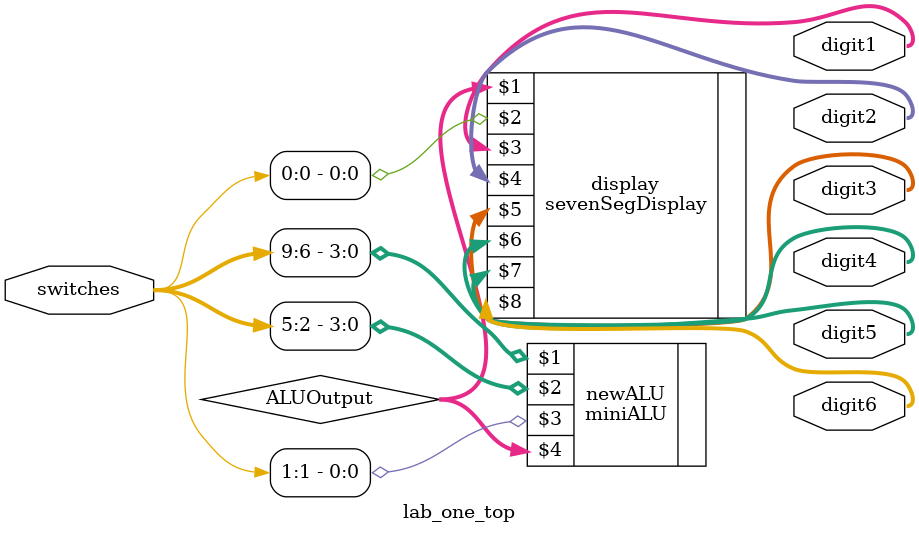
<source format=sv>
module lab_one_top(input [9:0] switches,
	output reg [7:0] digit1,
	output reg [7:0] digit2,
	output reg [7:0] digit3,
	output reg [7:0] digit4,
	output reg [7:0] digit5,
	output reg [7:0] digit6
	);
	reg [19:0] ALUOutput;
	miniALU newALU(switches [9:6], switches [5:2], switches [1], ALUOutput);
	sevenSegDisplay display(ALUOutput, switches [0], digit1, digit2, digit3, digit4, digit5, digit6); 

endmodule
</source>
